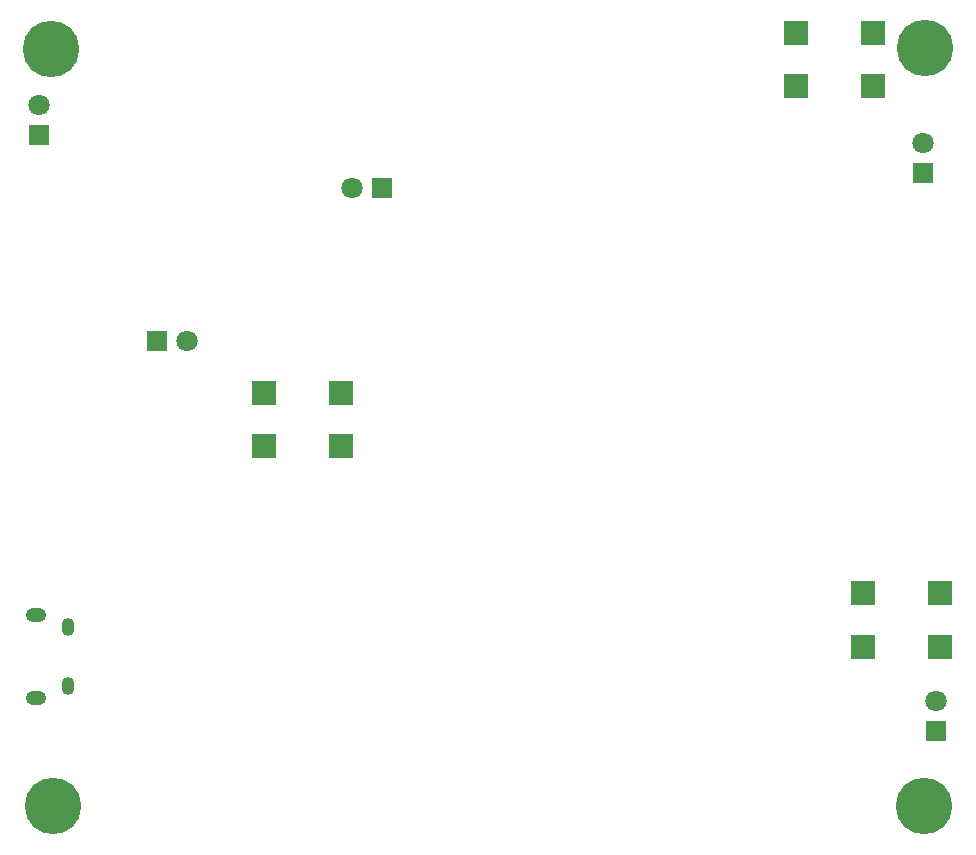
<source format=gbs>
G04*
G04 #@! TF.GenerationSoftware,Altium Limited,Altium Designer,25.8.1 (18)*
G04*
G04 Layer_Color=16711935*
%FSLAX25Y25*%
%MOIN*%
G70*
G04*
G04 #@! TF.SameCoordinates,64F7C8A9-438D-4F9F-9055-C3E4DFCE694A*
G04*
G04*
G04 #@! TF.FilePolarity,Negative*
G04*
G01*
G75*
%ADD86C,0.07099*%
%ADD87R,0.08280X0.08280*%
%ADD88C,0.18800*%
%ADD89O,0.06902X0.04750*%
%ADD90O,0.04300X0.05918*%
%ADD91R,0.07099X0.07099*%
%ADD92R,0.07099X0.07099*%
D86*
X7894Y245550D02*
D03*
X302400Y232900D02*
D03*
X57147Y166850D02*
D03*
X112047Y218050D02*
D03*
X306700Y46900D02*
D03*
D87*
X285795Y269758D02*
D03*
X260205D02*
D03*
X82852Y131992D02*
D03*
X108442D02*
D03*
X282610Y65100D02*
D03*
X308200D02*
D03*
X282610Y82816D02*
D03*
X308200D02*
D03*
X108442Y149708D02*
D03*
X82852D02*
D03*
X260205Y252042D02*
D03*
X285795D02*
D03*
D88*
X12500Y11800D02*
D03*
X303000Y11900D02*
D03*
X12000Y264300D02*
D03*
X303100Y264600D02*
D03*
D89*
X6900Y48057D02*
D03*
Y75617D02*
D03*
D90*
X17530Y51995D02*
D03*
Y71680D02*
D03*
D91*
X122047Y218050D02*
D03*
X47147Y166850D02*
D03*
D92*
X306700Y36900D02*
D03*
X302400Y222900D02*
D03*
X7894Y235550D02*
D03*
M02*

</source>
